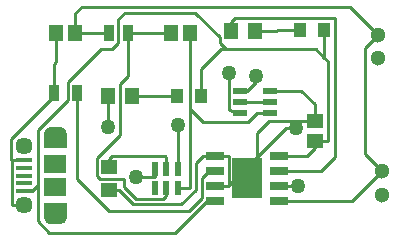
<source format=gtl>
G04*
G04 #@! TF.GenerationSoftware,Altium Limited,Altium Designer,25.0.2 (28)*
G04*
G04 Layer_Physical_Order=1*
G04 Layer_Color=255*
%FSLAX44Y44*%
%MOMM*%
G71*
G04*
G04 #@! TF.SameCoordinates,4808E630-E1AA-40A3-BC65-94F3982335E7*
G04*
G04*
G04 #@! TF.FilePolarity,Positive*
G04*
G01*
G75*
%ADD13C,0.2540*%
%ADD15C,0.5000*%
%ADD16R,1.4562X1.3046*%
%ADD17R,0.9500X1.4500*%
%ADD18R,1.1000X1.3000*%
%ADD19R,1.2000X1.4500*%
%ADD20R,1.2000X0.6000*%
%ADD21R,0.6000X1.1500*%
%ADD22R,1.4500X1.2000*%
%ADD23R,1.5250X0.7000*%
%ADD24R,2.5130X3.4020*%
%ADD25R,1.3500X0.4000*%
%ADD26R,1.9000X1.5000*%
%ADD27R,1.3000X1.4500*%
%ADD28R,0.8500X1.3500*%
%ADD29R,1.3046X1.4562*%
%ADD45C,1.3000*%
%ADD46C,1.4500*%
%ADD47C,1.2700*%
G36*
X614020Y418800D02*
X595020D01*
Y405800D01*
X614020D01*
Y418800D01*
D02*
G37*
G36*
X609020Y405800D02*
X600020D01*
Y400800D01*
X609020Y400800D01*
Y405800D01*
D02*
G37*
G36*
X600020Y477800D02*
X609020D01*
Y482800D01*
X600020Y482800D01*
Y477800D01*
D02*
G37*
G36*
X595020Y464800D02*
X614020D01*
Y477800D01*
X595020D01*
Y464800D01*
D02*
G37*
D13*
X832190Y541188D02*
X834898Y538480D01*
X824738Y548640D02*
X832190Y541188D01*
X744843Y548640D02*
X749046D01*
X589788Y403098D02*
Y434086D01*
X785114Y487680D02*
X824230D01*
X774954Y457708D02*
X799592Y482346D01*
X761873Y444627D02*
X767080Y449834D01*
X751078Y433832D02*
X761873Y444627D01*
X767080Y449834D02*
X774954Y457708D01*
X750316Y433070D02*
X751078Y433832D01*
X672338Y440690D02*
X689000D01*
X743966Y553720D02*
Y558800D01*
X663194Y579882D02*
X722884D01*
X657352Y574040D02*
X663194Y579882D01*
X642874Y548640D02*
X652272D01*
X614934Y520700D02*
X642874Y548640D01*
X614934Y505460D02*
Y520700D01*
X589788Y434086D02*
Y480314D01*
X584502Y428800D02*
X589788Y434086D01*
X577520Y428800D02*
X584502D01*
X866648Y550098D02*
X877570Y561020D01*
X866648Y460502D02*
Y550098D01*
Y460502D02*
X881380Y445770D01*
X794200Y420370D02*
X855980D01*
X881380Y445770D01*
X567436Y416800D02*
X577520D01*
X567436D02*
Y454800D01*
X566928D02*
X567436D01*
X566928D02*
Y472792D01*
X603660Y509524D01*
Y511810D01*
X567436Y454800D02*
X577520D01*
X767080Y439420D02*
Y449834D01*
X739960Y433070D02*
X750316D01*
X774954Y477520D02*
X785114Y487680D01*
X774954Y457708D02*
Y477520D01*
X708000Y431420D02*
X718440D01*
X718820Y562610D01*
X621410D02*
Y579120D01*
X626998Y584708D01*
X853882D01*
X877570Y561020D01*
X751586Y497484D02*
X760930Y494690D01*
X799592Y482346D02*
X808228D01*
X732652Y420370D02*
X739960D01*
X705728Y393446D02*
X732652Y420370D01*
X599440Y393446D02*
X705728D01*
X589788Y403098D02*
X599440Y393446D01*
X589788Y480314D02*
X614934Y505460D01*
X652272Y548640D02*
X657352Y553720D01*
Y574040D01*
X722884Y579882D02*
X743966Y558800D01*
Y553720D02*
X749046Y548640D01*
X824738D01*
X834898Y471564D02*
Y538480D01*
X728050Y509270D02*
Y531848D01*
X744843Y548640D01*
X824230Y471564D02*
X834898D01*
X832190Y541188D02*
Y565150D01*
X824230Y464820D02*
Y471564D01*
X817880Y458470D02*
X824230Y464820D01*
X794200Y458470D02*
X817880D01*
X621410Y562610D02*
X649610D01*
X708000Y447420D02*
Y484734D01*
X751586Y497484D02*
Y528320D01*
X753270Y563880D02*
Y571500D01*
X756826Y575056D01*
X840994D01*
Y457200D02*
Y575056D01*
X829564Y445770D02*
X840994Y457200D01*
X794200Y445770D02*
X829564D01*
X666110Y562610D02*
X702704D01*
X666110Y526288D02*
Y562610D01*
X659130Y519308D02*
X666110Y526288D01*
X659130Y476250D02*
Y519308D01*
X639687Y456807D02*
X659130Y476250D01*
X639687Y441845D02*
Y456807D01*
Y441845D02*
X642620Y438912D01*
X662743D01*
Y432130D02*
Y438912D01*
Y432130D02*
X672683Y422190D01*
X696002D01*
X698500Y424688D01*
Y431420D01*
X669130Y509270D02*
X707050D01*
X773270Y563880D02*
X791464D01*
X792734Y565150D01*
X811190D01*
X650240Y449420D02*
Y456184D01*
X652780Y458724D01*
X696976D01*
X698500Y457200D01*
Y447420D02*
Y457200D01*
X623160Y438560D02*
Y511810D01*
Y438560D02*
X650240Y411480D01*
X717296D01*
X729033Y423217D01*
Y439928D01*
X734875Y445770D01*
X739960D01*
X603660Y511810D02*
Y536194D01*
X605410Y537944D01*
Y562610D01*
X824230Y487680D02*
Y502260D01*
X812800Y513690D02*
X824230Y502260D01*
X785930Y513690D02*
X812800D01*
X739960Y458470D02*
X751078D01*
Y433832D02*
Y458470D01*
X729742D02*
X739960D01*
X723392Y452120D02*
X729742Y458470D01*
X723392Y429768D02*
Y452120D01*
X711200Y417576D02*
X723392Y429768D01*
X670015Y417576D02*
X711200D01*
X658171Y429420D02*
X670015Y417576D01*
X650240Y429420D02*
X658171D01*
X649130Y483421D02*
Y509270D01*
X794200Y433070D02*
X809752D01*
X760930Y504190D02*
X785930D01*
X775462Y494690D02*
X785930D01*
X767944Y487172D02*
X775462Y494690D01*
X729488Y487172D02*
X767944D01*
X718820Y497840D02*
X729488Y487172D01*
X718820Y497840D02*
Y562610D01*
X689000Y440690D02*
Y447420D01*
X774700Y521310D02*
Y525780D01*
X767080Y513690D02*
X774700Y521310D01*
X760930Y513690D02*
X767080D01*
D15*
X611520Y405800D02*
G03*
X611520Y405800I-2500J0D01*
G01*
X602520D02*
G03*
X602520Y405800I-2500J0D01*
G01*
X611520Y477800D02*
G03*
X611520Y477800I-2500J0D01*
G01*
X602520D02*
G03*
X602520Y477800I-2500J0D01*
G01*
D16*
X824230Y487680D02*
D03*
Y471564D02*
D03*
D17*
X603660Y511810D02*
D03*
X623160D02*
D03*
D18*
X728050Y509270D02*
D03*
X707050D02*
D03*
X832190Y565150D02*
D03*
X811190D02*
D03*
D19*
X649130Y509270D02*
D03*
X669130D02*
D03*
X773270Y563880D02*
D03*
X753270D02*
D03*
D20*
X785930Y494690D02*
D03*
Y504190D02*
D03*
Y513690D02*
D03*
X760930D02*
D03*
Y504190D02*
D03*
Y494690D02*
D03*
D21*
X708000Y447420D02*
D03*
X698500D02*
D03*
X689000D02*
D03*
Y431420D02*
D03*
X698500D02*
D03*
X708000D02*
D03*
D22*
X650240Y449420D02*
D03*
Y429420D02*
D03*
D23*
X739960Y458470D02*
D03*
Y445770D02*
D03*
Y433070D02*
D03*
Y420370D02*
D03*
X794200D02*
D03*
Y433070D02*
D03*
Y445770D02*
D03*
Y458470D02*
D03*
D24*
X767080Y439420D02*
D03*
D25*
X577520Y428800D02*
D03*
Y435300D02*
D03*
Y441800D02*
D03*
Y448300D02*
D03*
Y454800D02*
D03*
D26*
X604520Y431800D02*
D03*
Y451800D02*
D03*
D27*
X605410Y562610D02*
D03*
X621410D02*
D03*
D28*
X649610D02*
D03*
X666110D02*
D03*
D29*
X702704D02*
D03*
X718820D02*
D03*
D45*
X877570Y561020D02*
D03*
Y541020D02*
D03*
X881380Y445770D02*
D03*
Y425770D02*
D03*
D46*
X577520Y466800D02*
D03*
Y416800D02*
D03*
D47*
X808228Y482346D02*
D03*
X708000Y484734D02*
D03*
X751586Y528320D02*
D03*
X649130Y483421D02*
D03*
X809752Y433070D02*
D03*
X672338Y440690D02*
D03*
X774700Y525780D02*
D03*
M02*

</source>
